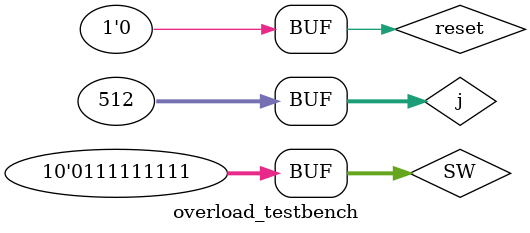
<source format=sv>
module overload (reset,SW,ovld,LEDR);
 input logic reset;
 input logic [9:0] SW;
 output logic ovld;
 output logic LEDR;
 integer i,sum;
 
 always_comb begin
  sum = 0; // the sum of the number of switches turned on.
  for(i=3; i<10;i++)begin
   sum = sum + SW[i];
  end
  if (reset)
   ovld = 1'b0;
  else if(sum >= 4) // If there are at least four floors selected, consider this as overload.
   ovld = 1'b1;
  else ovld = 1'b0;
 end
 
 assign LEDR = (ovld);
endmodule

module overload_testbench();
 logic reset;
 logic [9:0] SW;
 logic ovld;
 logic LEDR;
 integer j;
 
 overload dut (.reset,.SW,.ovld,.LEDR);
 
 initial begin
  reset = 1;#10;
  reset = 0;#10;
  for(j=0;j<2**9;j++) begin
	SW = j;#10;
  end
 end
endmodule
</source>
